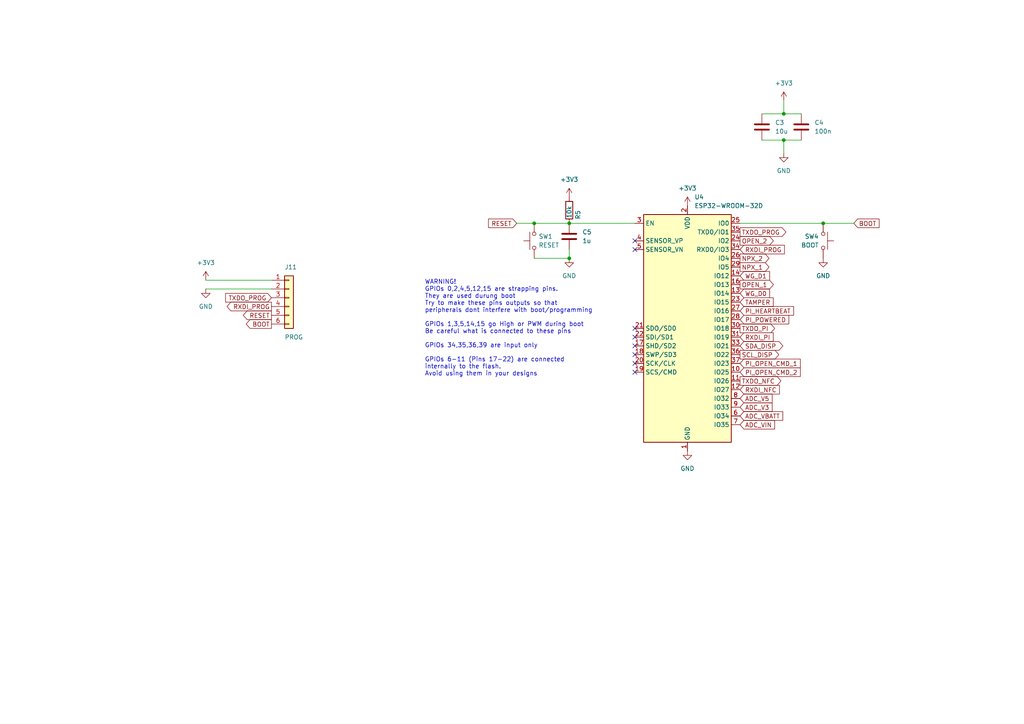
<source format=kicad_sch>
(kicad_sch (version 20211123) (generator eeschema)
  (paper "A4")
  (lib_symbols
    (symbol "Connector_Generic:Conn_01x06" (pin_names (offset 1.016) hide)
      (property "Reference" "J" (at 0 7.62 0))
      (property "Value" "Conn_01x06" (at 0 -10.16 0))
      (symbol "Conn_01x06_1_1"
        (rectangle (start -1.27 -7.493) (end 0 -7.747) (stroke (width 0.1524)))
        (rectangle (start -1.27 -4.953) (end 0 -5.207) (stroke (width 0.1524)))
        (rectangle (start -1.27 -2.413) (end 0 -2.667) (stroke (width 0.1524)))
        (rectangle (start -1.27 0.127) (end 0 -0.127) (stroke (width 0.1524)))
        (rectangle (start -1.27 2.667) (end 0 2.413) (stroke (width 0.1524)))
        (rectangle (start -1.27 5.207) (end 0 4.953) (stroke (width 0.1524)))
        (rectangle (start -1.27 6.35) (end 1.27 -8.89) (stroke (width 0.254)) (fill (type background)))
        (pin passive line (at -5.08 5.08 0) (length 3.81) (name "Pin_1") (number "1"))
        (pin passive line (at -5.08 2.54 0) (length 3.81) (name "Pin_2") (number "2"))
        (pin passive line (at -5.08 0 0) (length 3.81) (name "Pin_3") (number "3"))
        (pin passive line (at -5.08 -2.54 0) (length 3.81) (name "Pin_4") (number "4"))
        (pin passive line (at -5.08 -5.08 0) (length 3.81) (name "Pin_5") (number "5"))
        (pin passive line (at -5.08 -7.62 0) (length 3.81) (name "Pin_6") (number "6"))
      )
    )
    (symbol "Device:C" (pin_numbers hide) (pin_names (offset 0.254))
      (property "Reference" "C" (at 0.635 2.54 0))
      (property "Value" "C" (at 0.635 -2.54 0))
      (symbol "C_0_1"
        (polyline (pts (xy -2.032 -0.762) (xy 2.032 -0.762)) (stroke (width 0.508)))
        (polyline (pts (xy -2.032 0.762) (xy 2.032 0.762)) (stroke (width 0.508)))
      )
      (symbol "C_1_1"
        (pin passive line (at 0 3.81 270) (length 2.794) (name "~") (number "1"))
        (pin passive line (at 0 -3.81 90) (length 2.794) (name "~") (number "2"))
      )
    )
    (symbol "Device:R" (pin_numbers hide) (pin_names (offset 0))
      (property "Reference" "R" (at 2.032 0 90))
      (property "Value" "R" (at 0 0 90))
      (symbol "R_0_1"
        (rectangle (start -1.016 -2.54) (end 1.016 2.54) (stroke (width 0.254)))
      )
      (symbol "R_1_1"
        (pin passive line (at 0 3.81 270) (length 1.27) (name "~") (number "1"))
        (pin passive line (at 0 -3.81 90) (length 1.27) (name "~") (number "2"))
      )
    )
    (symbol "RF_Module:ESP32-WROOM-32D"
      (property "Reference" "U" (at -12.7 34.29 0))
      (property "Value" "ESP32-WROOM-32D" (at 1.27 34.29 0))
      (symbol "ESP32-WROOM-32D_0_1"
        (rectangle (start -12.7 33.02) (end 12.7 -33.02) (stroke (width 0.254)) (fill (type background)))
      )
      (symbol "ESP32-WROOM-32D_1_1"
        (pin power_in line (at 0 -35.56 90) (length 2.54) (name "GND") (number "1"))
        (pin bidirectional line (at 15.24 -12.7 180) (length 2.54) (name "IO25") (number "10"))
        (pin bidirectional line (at 15.24 -15.24 180) (length 2.54) (name "IO26") (number "11"))
        (pin bidirectional line (at 15.24 -17.78 180) (length 2.54) (name "IO27") (number "12"))
        (pin bidirectional line (at 15.24 10.16 180) (length 2.54) (name "IO14") (number "13"))
        (pin bidirectional line (at 15.24 15.24 180) (length 2.54) (name "IO12") (number "14"))
        (pin passive line (at 0 -35.56 90) (length 2.54) hide (name "GND") (number "15"))
        (pin bidirectional line (at 15.24 12.7 180) (length 2.54) (name "IO13") (number "16"))
        (pin bidirectional line (at -15.24 -5.08 0) (length 2.54) (name "SHD/SD2") (number "17"))
        (pin bidirectional line (at -15.24 -7.62 0) (length 2.54) (name "SWP/SD3") (number "18"))
        (pin bidirectional line (at -15.24 -12.7 0) (length 2.54) (name "SCS/CMD") (number "19"))
        (pin power_in line (at 0 35.56 270) (length 2.54) (name "VDD") (number "2"))
        (pin bidirectional line (at -15.24 -10.16 0) (length 2.54) (name "SCK/CLK") (number "20"))
        (pin bidirectional line (at -15.24 0 0) (length 2.54) (name "SDO/SD0") (number "21"))
        (pin bidirectional line (at -15.24 -2.54 0) (length 2.54) (name "SDI/SD1") (number "22"))
        (pin bidirectional line (at 15.24 7.62 180) (length 2.54) (name "IO15") (number "23"))
        (pin bidirectional line (at 15.24 25.4 180) (length 2.54) (name "IO2") (number "24"))
        (pin bidirectional line (at 15.24 30.48 180) (length 2.54) (name "IO0") (number "25"))
        (pin bidirectional line (at 15.24 20.32 180) (length 2.54) (name "IO4") (number "26"))
        (pin bidirectional line (at 15.24 5.08 180) (length 2.54) (name "IO16") (number "27"))
        (pin bidirectional line (at 15.24 2.54 180) (length 2.54) (name "IO17") (number "28"))
        (pin bidirectional line (at 15.24 17.78 180) (length 2.54) (name "IO5") (number "29"))
        (pin input line (at -15.24 30.48 0) (length 2.54) (name "EN") (number "3"))
        (pin bidirectional line (at 15.24 0 180) (length 2.54) (name "IO18") (number "30"))
        (pin bidirectional line (at 15.24 -2.54 180) (length 2.54) (name "IO19") (number "31"))
        (pin no_connect line (at -12.7 -27.94 0) (length 2.54) hide (name "NC") (number "32"))
        (pin bidirectional line (at 15.24 -5.08 180) (length 2.54) (name "IO21") (number "33"))
        (pin bidirectional line (at 15.24 22.86 180) (length 2.54) (name "RXD0/IO3") (number "34"))
        (pin bidirectional line (at 15.24 27.94 180) (length 2.54) (name "TXD0/IO1") (number "35"))
        (pin bidirectional line (at 15.24 -7.62 180) (length 2.54) (name "IO22") (number "36"))
        (pin bidirectional line (at 15.24 -10.16 180) (length 2.54) (name "IO23") (number "37"))
        (pin passive line (at 0 -35.56 90) (length 2.54) hide (name "GND") (number "38"))
        (pin passive line (at 0 -35.56 90) (length 2.54) hide (name "GND") (number "39"))
        (pin input line (at -15.24 25.4 0) (length 2.54) (name "SENSOR_VP") (number "4"))
        (pin input line (at -15.24 22.86 0) (length 2.54) (name "SENSOR_VN") (number "5"))
        (pin input line (at 15.24 -25.4 180) (length 2.54) (name "IO34") (number "6"))
        (pin input line (at 15.24 -27.94 180) (length 2.54) (name "IO35") (number "7"))
        (pin bidirectional line (at 15.24 -20.32 180) (length 2.54) (name "IO32") (number "8"))
        (pin bidirectional line (at 15.24 -22.86 180) (length 2.54) (name "IO33") (number "9"))
      )
    )
    (symbol "Switch:SW_Push" (pin_numbers hide) (pin_names (offset 1.016) hide)
      (property "Reference" "SW" (at 1.27 2.54 0))
      (property "Value" "SW_Push" (at 0 -1.524 0))
      (symbol "SW_Push_0_1"
        (circle (center -2.032 0) (radius 0.508))
        (polyline (pts (xy 0 1.27) (xy 0 3.048)))
        (polyline (pts (xy 2.54 1.27) (xy -2.54 1.27)))
        (circle (center 2.032 0) (radius 0.508))
        (pin passive line (at -5.08 0 0) (length 2.54) (name "1") (number "1"))
        (pin passive line (at 5.08 0 180) (length 2.54) (name "2") (number "2"))
      )
    )
    (symbol "power:+3V3" (power) (pin_names (offset 0))
      (property "Value" "+3V3" (at 0 3.556 0))
      (symbol "+3V3_0_1"
        (polyline (pts (xy -0.762 1.27) (xy 0 2.54)))
        (polyline (pts (xy 0 0) (xy 0 2.54)))
        (polyline (pts (xy 0 2.54) (xy 0.762 1.27)))
      )
      (symbol "+3V3_1_1"
        (pin power_in line (at 0 0 90) (length 0) hide (name "+3V3") (number "1"))
      )
    )
    (symbol "power:GND" (power) (pin_names (offset 0))
      (property "Value" "GND" (at 0 -3.81 0))
      (symbol "GND_0_1"
        (polyline (pts (xy 0 0) (xy 0 -1.27) (xy 1.27 -1.27) (xy 0 -2.54) (xy -1.27 -1.27) (xy 0 -1.27)))
      )
      (symbol "GND_1_1"
        (pin power_in line (at 0 0 270) (length 0) hide (name "GND") (number "1"))
      )
    )
  )
  (junction (at 238.76 64.77))
  (junction (at 227.33 40.64))
  (junction (at 165.1 64.77))
  (junction (at 165.1 74.93))
  (junction (at 227.33 33.02))
  (junction (at 154.94 64.77))
  (no_connect (at 184.15 105.41))
  (no_connect (at 184.15 107.95))
  (no_connect (at 184.15 95.25))
  (no_connect (at 184.15 97.79))
  (no_connect (at 184.15 100.33))
  (no_connect (at 184.15 102.87))
  (no_connect (at 184.15 69.85))
  (no_connect (at 184.15 72.39))
  (wire (pts (xy 238.76 64.77) (xy 247.65 64.77)))
  (wire (pts (xy 214.63 64.77) (xy 238.76 64.77)))
  (wire (pts (xy 227.33 40.64) (xy 232.41 40.64)))
  (wire (pts (xy 165.1 64.77) (xy 184.15 64.77)))
  (wire (pts (xy 227.33 29.21) (xy 227.33 33.02)))
  (wire (pts (xy 154.94 64.77) (xy 165.1 64.77)))
  (wire (pts (xy 220.98 40.64) (xy 227.33 40.64)))
  (wire (pts (xy 59.69 81.28) (xy 78.74 81.28)))
  (wire (pts (xy 227.33 33.02) (xy 232.41 33.02)))
  (wire (pts (xy 149.86 64.77) (xy 154.94 64.77)))
  (wire (pts (xy 220.98 33.02) (xy 227.33 33.02)))
  (wire (pts (xy 165.1 74.93) (xy 165.1 72.39)))
  (wire (pts (xy 227.33 40.64) (xy 227.33 44.45)))
  (wire (pts (xy 154.94 74.93) (xy 165.1 74.93)))
  (wire (pts (xy 59.69 83.82) (xy 78.74 83.82)))
  (text "WARNING!\nGPIOs 0,2,4,5,12,15 are strapping pins.\nThey are used durung boot\nTry to make these pins outputs so that\nperipherals dont interfere with boot/programming\n\nGPIOs 1,3,5,14,15 go High or PWM during boot\nBe careful what is connected to these pins\n\nGPIOs 34,35,36,39 are input only\n\nGPIOs 6-11 (Pins 17-22) are connected\ninternally to the flash.\nAvoid using them in your designs" (at 123.19 109.22 0) (effects (font (size 1.27 1.27)) (justify left bottom)))
  (global_label "TXDO_PI" (shape output) (at 214.63 95.25 0) (property "Intersheet References" "${INTERSHEET_REFS}" (effects hide)))
  (global_label "NPX_1" (shape output) (at 214.63 77.47 0) (property "Intersheet References" "${INTERSHEET_REFS}" (effects hide)))
  (global_label "RXDI_PI" (shape input) (at 214.63 97.79 0) (property "Intersheet References" "${INTERSHEET_REFS}" (effects hide)))
  (global_label "ADC_V3" (shape input) (at 214.63 118.11 0) (property "Intersheet References" "${INTERSHEET_REFS}" (effects hide)))
  (global_label "ADC_VIN" (shape input) (at 214.63 123.19 0) (property "Intersheet References" "${INTERSHEET_REFS}" (effects hide)))
  (global_label "TXDO_PROG" (shape input) (at 78.74 86.36 180) (property "Intersheet References" "${INTERSHEET_REFS}" (effects hide)))
  (global_label "SDA_DISP" (shape bidirectional) (at 214.63 100.33 0) (property "Intersheet References" "${INTERSHEET_REFS}" (effects hide)))
  (global_label "RXDI_NFC" (shape input) (at 214.63 113.03 0) (property "Intersheet References" "${INTERSHEET_REFS}" (effects hide)))
  (global_label "NPX_2" (shape output) (at 214.63 74.93 0) (property "Intersheet References" "${INTERSHEET_REFS}" (effects hide)))
  (global_label "BOOT" (shape output) (at 78.74 93.98 180) (property "Intersheet References" "${INTERSHEET_REFS}" (effects hide)))
  (global_label "RXDI_PROG" (shape input) (at 214.63 72.39 0) (property "Intersheet References" "${INTERSHEET_REFS}" (effects hide)))
  (global_label "PI_OPEN_CMD_1" (shape input) (at 214.63 105.41 0) (property "Intersheet References" "${INTERSHEET_REFS}" (effects hide)))
  (global_label "TXDO_NFC" (shape output) (at 214.63 110.49 0) (property "Intersheet References" "${INTERSHEET_REFS}" (effects hide)))
  (global_label "RESET" (shape output) (at 78.74 91.44 180) (property "Intersheet References" "${INTERSHEET_REFS}" (effects hide)))
  (global_label "ADC_V5" (shape input) (at 214.63 115.57 0) (property "Intersheet References" "${INTERSHEET_REFS}" (effects hide)))
  (global_label "SCL_DISP" (shape output) (at 214.63 102.87 0) (property "Intersheet References" "${INTERSHEET_REFS}" (effects hide)))
  (global_label "RXDI_PROG" (shape output) (at 78.74 88.9 180) (property "Intersheet References" "${INTERSHEET_REFS}" (effects hide)))
  (global_label "BOOT" (shape input) (at 247.65 64.77 0) (property "Intersheet References" "${INTERSHEET_REFS}" (effects hide)))
  (global_label "WG_D0" (shape input) (at 214.63 85.09 0) (property "Intersheet References" "${INTERSHEET_REFS}" (effects hide)))
  (global_label "PI_OPEN_CMD_2" (shape input) (at 214.63 107.95 0) (property "Intersheet References" "${INTERSHEET_REFS}" (effects hide)))
  (global_label "PI_POWERED" (shape input) (at 214.63 92.71 0) (property "Intersheet References" "${INTERSHEET_REFS}" (effects hide)))
  (global_label "RESET" (shape input) (at 149.86 64.77 180) (property "Intersheet References" "${INTERSHEET_REFS}" (effects hide)))
  (global_label "WG_D1" (shape input) (at 214.63 80.01 0) (property "Intersheet References" "${INTERSHEET_REFS}" (effects hide)))
  (global_label "OPEN_1" (shape output) (at 214.63 82.55 0) (property "Intersheet References" "${INTERSHEET_REFS}" (effects hide)))
  (global_label "TAMPER" (shape input) (at 214.63 87.63 0) (property "Intersheet References" "${INTERSHEET_REFS}" (effects hide)))
  (global_label "OPEN_2" (shape output) (at 214.63 69.85 0) (property "Intersheet References" "${INTERSHEET_REFS}" (effects hide)))
  (global_label "PI_HEARTBEAT" (shape input) (at 214.63 90.17 0) (property "Intersheet References" "${INTERSHEET_REFS}" (effects hide)))
  (global_label "ADC_VBATT" (shape input) (at 214.63 120.65 0) (property "Intersheet References" "${INTERSHEET_REFS}" (effects hide)))
  (global_label "TXDO_PROG" (shape output) (at 214.63 67.31 0) (property "Intersheet References" "${INTERSHEET_REFS}" (effects hide)))
  (symbol (lib_id "Connector_Generic:Conn_01x06") (at 83.82 86.36 0) (unit 1)
    (property "Reference" "J11" (at 82.55 77.47 0) (effects (justify left)))
    (property "Value" "PROG" (at 82.55 97.79 0) (effects (justify left)))
    (property "Footprint" "Connector_PinHeader_2.54mm:PinHeader_1x06_P2.54mm_Vertical" (effects hide))
  )
  (symbol (lib_id "power:+3V3") (at 227.33 29.21 0) (unit 1)
    (property "Reference" "#PWR030" (effects hide))
    (property "Value" "+3V3" (at 227.33 24.13 0))
  )
  (symbol (lib_id "power:+3V3") (at 165.1 57.15 0) (unit 1)
    (property "Reference" "#PWR032" (effects hide))
    (property "Value" "+3V3" (at 165.1 52.07 0))
  )
  (symbol (lib_id "Device:C") (at 165.1 68.58 0) (unit 1)
    (property "Reference" "C5" (at 168.91 67.3099 0) (effects (justify left)))
    (property "Value" "1u" (at 168.91 69.8499 0) (effects (justify left)))
    (property "Footprint" "Capacitor_SMD:C_0603_1608Metric" (effects hide))
    (property "LCSC" "C15849" (effects hide))
  )
  (symbol (lib_id "RF_Module:ESP32-WROOM-32D") (at 199.39 95.25 0) (unit 1)
    (property "Reference" "U4" (at 201.4094 57.15 0) (effects (justify left)))
    (property "Value" "ESP32-WROOM-32D" (at 201.4094 59.69 0) (effects (justify left)))
    (property "Footprint" "RF_Module:ESP32-WROOM-32" (effects hide))
    (property "Datasheet" "https://www.espressif.com/sites/default/files/documentation/esp32-wroom-32d_esp32-wroom-32u_datasheet_en.pdf" (effects hide))
    (property "LCSC" "C473012" (effects hide))
  )
  (symbol (lib_id "power:GND") (at 227.33 44.45 0) (unit 1)
    (property "Reference" "#PWR031" (effects hide))
    (property "Value" "GND" (at 227.33 49.53 0))
  )
  (symbol (lib_id "power:GND") (at 238.76 74.93 0) (unit 1)
    (property "Reference" "#PWR038" (effects hide))
    (property "Value" "GND" (at 238.76 80.01 0))
  )
  (symbol (lib_id "power:GND") (at 165.1 74.93 0) (unit 1)
    (property "Reference" "#PWR034" (effects hide))
    (property "Value" "GND" (at 165.1 80.01 0))
  )
  (symbol (lib_id "Device:C") (at 232.41 36.83 0) (unit 1)
    (property "Reference" "C4" (at 236.22 35.5599 0) (effects (justify left)))
    (property "Value" "100n" (at 236.22 38.0999 0) (effects (justify left)))
    (property "Footprint" "Capacitor_SMD:C_0603_1608Metric" (effects hide))
    (property "LCSC" "C14663" (effects hide))
  )
  (symbol (lib_id "Switch:SW_Push") (at 238.76 69.85 270) (mirror x) (unit 1)
    (property "Reference" "SW4" (at 237.49 68.5799 90) (effects (justify right)))
    (property "Value" "BOOT" (at 237.49 71.1199 90) (effects (justify right)))
    (property "Footprint" "Button_Switch_SMD:SW_Push_1P1T_NO_CK_KSC7xxJ" (effects hide))
    (property "Datasheet" "https://datasheet.lcsc.com/lcsc/2002271431_XKB-Connectivity-TS-1187A-B-A-B_C318884.pdf" (effects hide))
    (property "LCSC" "C318884" (effects hide))
  )
  (symbol (lib_id "power:+3V3") (at 199.39 59.69 0) (unit 1)
    (property "Reference" "#PWR033" (effects hide))
    (property "Value" "+3V3" (at 199.39 54.61 0))
  )
  (symbol (lib_id "Device:C") (at 220.98 36.83 0) (unit 1)
    (property "Reference" "C3" (at 224.79 35.5599 0) (effects (justify left)))
    (property "Value" "10u" (at 224.79 38.0999 0) (effects (justify left)))
    (property "Footprint" "Capacitor_SMD:C_1206_3216Metric" (effects hide))
    (property "LCSC" "C13585" (effects hide))
  )
  (symbol (lib_id "power:+3V3") (at 59.69 81.28 0) (unit 1)
    (property "Reference" "#PWR035" (effects hide))
    (property "Value" "+3V3" (at 59.69 76.2 0))
  )
  (symbol (lib_id "Switch:SW_Push") (at 154.94 69.85 90) (unit 1)
    (property "Reference" "SW1" (at 156.21 68.5799 90) (effects (justify right)))
    (property "Value" "RESET" (at 156.21 71.1199 90) (effects (justify right)))
    (property "Footprint" "Button_Switch_SMD:SW_Push_1P1T_NO_CK_KSC7xxJ" (effects hide))
    (property "Datasheet" "https://datasheet.lcsc.com/lcsc/2002271431_XKB-Connectivity-TS-1187A-B-A-B_C318884.pdf" (effects hide))
    (property "LCSC" "C318884" (effects hide))
  )
  (symbol (lib_id "power:GND") (at 199.39 130.81 0) (unit 1)
    (property "Reference" "#PWR037" (effects hide))
    (property "Value" "GND" (at 199.39 135.89 0))
  )
  (symbol (lib_id "power:GND") (at 59.69 83.82 0) (unit 1)
    (property "Reference" "#PWR036" (effects hide))
    (property "Value" "GND" (at 59.69 88.9 0))
  )
  (symbol (lib_id "Device:R") (at 165.1 60.96 180) (unit 1)
    (property "Reference" "R5" (at 167.64 60.96 90) (effects (justify left)))
    (property "Value" "10k" (at 165.1 59.69 90) (effects (justify left)))
    (property "Footprint" "Resistor_SMD:R_0603_1608Metric" (effects hide))
    (property "LCSC" "C25804" (effects hide))
  )
)
</source>
